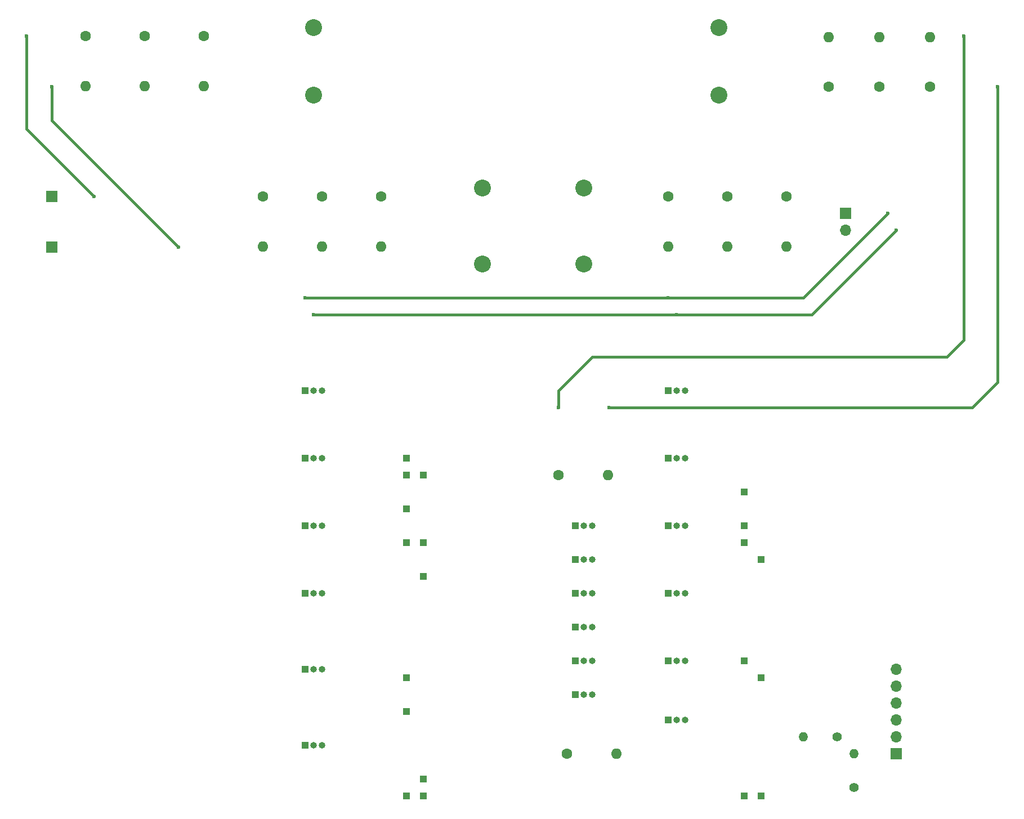
<source format=gbr>
G04 #@! TF.FileFunction,Copper,L2,Bot,Signal*
%FSLAX46Y46*%
G04 Gerber Fmt 4.6, Leading zero omitted, Abs format (unit mm)*
G04 Created by KiCad (PCBNEW 4.0.7) date 11/29/18 18:14:30*
%MOMM*%
%LPD*%
G01*
G04 APERTURE LIST*
%ADD10C,0.100000*%
%ADD11C,2.540000*%
%ADD12R,1.700000X1.700000*%
%ADD13O,1.700000X1.700000*%
%ADD14C,1.400000*%
%ADD15O,1.400000X1.400000*%
%ADD16R,1.000000X1.000000*%
%ADD17O,1.000000X1.000000*%
%ADD18C,1.600000*%
%ADD19O,1.600000X1.600000*%
%ADD20C,0.600000*%
%ADD21C,0.400000*%
G04 APERTURE END LIST*
D10*
D11*
X95250000Y-27940000D03*
X156210000Y-27940000D03*
X156210000Y-38100000D03*
X95250000Y-38100000D03*
D12*
X182880000Y-137160000D03*
D13*
X182880000Y-134620000D03*
X182880000Y-132080000D03*
X182880000Y-129540000D03*
X182880000Y-127000000D03*
X182880000Y-124460000D03*
D12*
X175260000Y-55880000D03*
D13*
X175260000Y-58420000D03*
D14*
X173990000Y-134620000D03*
D15*
X168910000Y-134620000D03*
D14*
X176530000Y-142240000D03*
D15*
X176530000Y-137160000D03*
D16*
X162560000Y-143510000D03*
X109220000Y-125730000D03*
X160020000Y-97790000D03*
X160020000Y-102870000D03*
X160020000Y-105410000D03*
X109220000Y-143510000D03*
X111760000Y-143510000D03*
X111760000Y-140970000D03*
X160020000Y-123190000D03*
X162560000Y-125730000D03*
X160020000Y-143510000D03*
X109220000Y-95250000D03*
X111760000Y-95250000D03*
X109220000Y-92710000D03*
X109220000Y-130810000D03*
X162560000Y-107950000D03*
X111760000Y-110490000D03*
X109220000Y-105410000D03*
X111760000Y-105410000D03*
X109220000Y-100330000D03*
X134620000Y-102870000D03*
D17*
X135890000Y-102870000D03*
X137160000Y-102870000D03*
D16*
X134620000Y-113030000D03*
D17*
X135890000Y-113030000D03*
X137160000Y-113030000D03*
D16*
X134620000Y-107950000D03*
D17*
X135890000Y-107950000D03*
X137160000Y-107950000D03*
D16*
X134620000Y-123190000D03*
D17*
X135890000Y-123190000D03*
X137160000Y-123190000D03*
D16*
X134620000Y-118110000D03*
D17*
X135890000Y-118110000D03*
X137160000Y-118110000D03*
D16*
X134620000Y-128270000D03*
D17*
X135890000Y-128270000D03*
X137160000Y-128270000D03*
D16*
X148590000Y-82550000D03*
D17*
X149860000Y-82550000D03*
X151130000Y-82550000D03*
D16*
X93980000Y-124460000D03*
D17*
X95250000Y-124460000D03*
X96520000Y-124460000D03*
D16*
X148590000Y-102870000D03*
D17*
X149860000Y-102870000D03*
X151130000Y-102870000D03*
D16*
X148590000Y-92710000D03*
D17*
X149860000Y-92710000D03*
X151130000Y-92710000D03*
D16*
X148590000Y-132080000D03*
D17*
X149860000Y-132080000D03*
X151130000Y-132080000D03*
D16*
X148590000Y-123190000D03*
D17*
X149860000Y-123190000D03*
X151130000Y-123190000D03*
D16*
X93980000Y-92710000D03*
D17*
X95250000Y-92710000D03*
X96520000Y-92710000D03*
D16*
X93980000Y-113030000D03*
D17*
X95250000Y-113030000D03*
X96520000Y-113030000D03*
D16*
X93980000Y-135890000D03*
D17*
X95250000Y-135890000D03*
X96520000Y-135890000D03*
D16*
X93980000Y-102870000D03*
D17*
X95250000Y-102870000D03*
X96520000Y-102870000D03*
D16*
X93980000Y-82550000D03*
D17*
X95250000Y-82550000D03*
X96520000Y-82550000D03*
D16*
X148590000Y-113030000D03*
D17*
X149860000Y-113030000D03*
X151130000Y-113030000D03*
D18*
X78740000Y-29210000D03*
D19*
X78740000Y-36710000D03*
D18*
X69850000Y-29210000D03*
D19*
X69850000Y-36710000D03*
D18*
X157480000Y-53340000D03*
D19*
X157480000Y-60840000D03*
D18*
X166370000Y-53340000D03*
D19*
X166370000Y-60840000D03*
D18*
X148590000Y-53340000D03*
D19*
X148590000Y-60840000D03*
D18*
X187960000Y-36830000D03*
D19*
X187960000Y-29330000D03*
D18*
X180340000Y-36830000D03*
D19*
X180340000Y-29330000D03*
D18*
X172720000Y-36830000D03*
D19*
X172720000Y-29330000D03*
D18*
X105410000Y-53340000D03*
D19*
X105410000Y-60840000D03*
D18*
X60960000Y-29210000D03*
D19*
X60960000Y-36710000D03*
D18*
X96520000Y-53340000D03*
D19*
X96520000Y-60840000D03*
D18*
X87630000Y-53340000D03*
D19*
X87630000Y-60840000D03*
D18*
X132080000Y-95250000D03*
D19*
X139580000Y-95250000D03*
D18*
X133350000Y-137160000D03*
D19*
X140850000Y-137160000D03*
D11*
X135890000Y-63500000D03*
X120650000Y-63500000D03*
X120650000Y-52070000D03*
X135890000Y-52070000D03*
D12*
X55880000Y-53340000D03*
X55880000Y-60960000D03*
D20*
X198120000Y-36830000D03*
X132080000Y-85090000D03*
X193040000Y-29210000D03*
X139700000Y-85090000D03*
X95250000Y-71120000D03*
X149860000Y-71120000D03*
X182880000Y-58420000D03*
X52070000Y-29210000D03*
X62230000Y-53340000D03*
X74930000Y-60960000D03*
X55880000Y-36830000D03*
X148590000Y-68580000D03*
X93980000Y-68580000D03*
X181610000Y-55880000D03*
D21*
X132080000Y-82550000D02*
X132080000Y-85090000D01*
X137160000Y-77470000D02*
X132080000Y-82550000D01*
X190500000Y-77470000D02*
X137160000Y-77470000D01*
X193040000Y-74930000D02*
X190500000Y-77470000D01*
X198120000Y-36830000D02*
X198120000Y-81280000D01*
X193040000Y-29210000D02*
X193040000Y-74930000D01*
X198120000Y-81280000D02*
X194310000Y-85090000D01*
X194310000Y-85090000D02*
X139700000Y-85090000D01*
X149860000Y-71120000D02*
X95250000Y-71120000D01*
X170180000Y-71120000D02*
X149860000Y-71120000D01*
X182880000Y-58420000D02*
X170180000Y-71120000D01*
X52070000Y-43180000D02*
X52070000Y-29210000D01*
X62230000Y-53340000D02*
X52070000Y-43180000D01*
X55880000Y-41910000D02*
X74930000Y-60960000D01*
X55880000Y-39370000D02*
X55880000Y-41910000D01*
X55880000Y-36830000D02*
X55880000Y-39370000D01*
X93980000Y-68580000D02*
X148590000Y-68580000D01*
X148590000Y-68580000D02*
X168910000Y-68580000D01*
X168910000Y-68580000D02*
X181610000Y-55880000D01*
M02*

</source>
